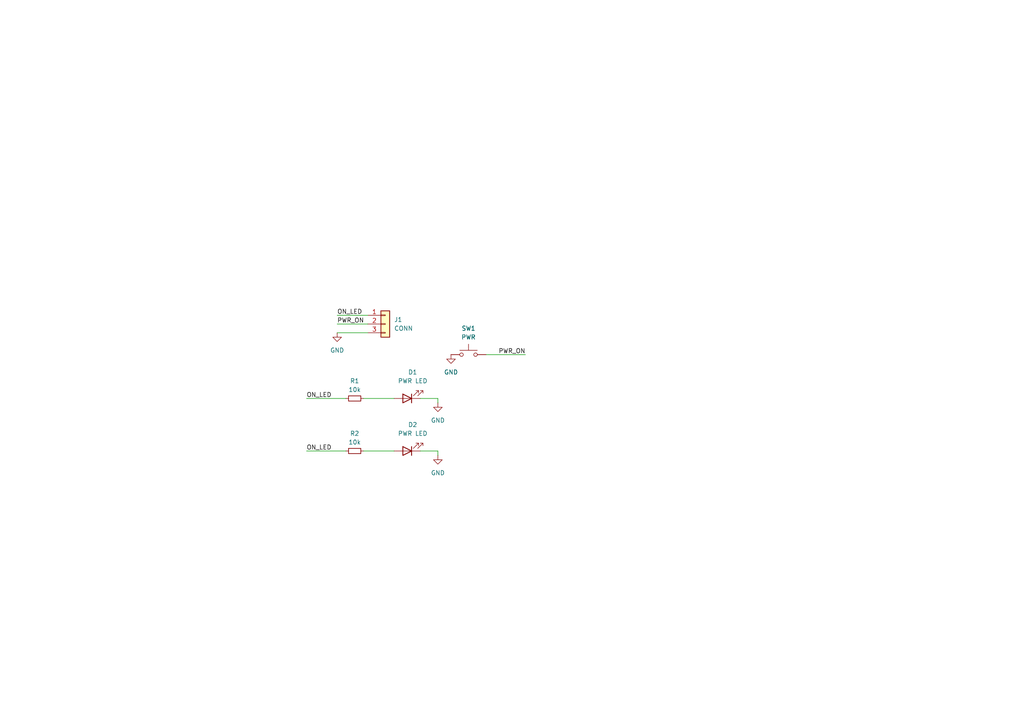
<source format=kicad_sch>
(kicad_sch (version 20241004) (generator "eeschema") (generator_version "8.99")
  (paper "A4")
  (lib_symbols
    (symbol "Connector_Generic:Conn_01x03" (pin_names (offset 1.016) (hide yes))
      (property "Reference" "J" (at 0 5.08 0))
      (property "Value" "Conn_01x03" (at 0 -5.08 0))
      (symbol "Conn_01x03_1_1"
        (rectangle (start -1.27 3.81) (end 1.27 -3.81) (stroke (width 0.254)) (fill (type background)))
        (rectangle (start -1.27 2.667) (end 0 2.413) (stroke (width 0.1524)))
        (rectangle (start -1.27 0.127) (end 0 -0.127) (stroke (width 0.1524)))
        (rectangle (start -1.27 -2.413) (end 0 -2.667) (stroke (width 0.1524)))
        (pin passive line (at -5.08 2.54 0) (length 3.81) (name "Pin_1") (number "1"))
        (pin passive line (at -5.08 0 0) (length 3.81) (name "Pin_2") (number "2"))
        (pin passive line (at -5.08 -2.54 0) (length 3.81) (name "Pin_3") (number "3"))
      )
    )
    (symbol "Device:LED" (pin_numbers (hide yes)) (pin_names (offset 1.016) (hide yes))
      (property "Reference" "D" (at 0 2.54 0))
      (property "Value" "LED" (at 0 -2.54 0))
      (symbol "LED_0_1"
        (polyline (pts (xy -3.048 -0.762) (xy -4.572 -2.286) (xy -3.81 -2.286) (xy -4.572 -2.286) (xy -4.572 -1.524)))
        (polyline (pts (xy -1.778 -0.762) (xy -3.302 -2.286) (xy -2.54 -2.286) (xy -3.302 -2.286) (xy -3.302 -1.524)))
        (polyline (pts (xy -1.27 0) (xy 1.27 0)))
        (polyline (pts (xy -1.27 -1.27) (xy -1.27 1.27)) (stroke (width 0.254)))
        (polyline (pts (xy 1.27 -1.27) (xy 1.27 1.27) (xy -1.27 0) (xy 1.27 -1.27)) (stroke (width 0.254)))
      )
      (symbol "LED_1_1"
        (pin passive line (at -3.81 0 0) (length 2.54) (name "K") (number "1"))
        (pin passive line (at 3.81 0 180) (length 2.54) (name "A") (number "2"))
      )
    )
    (symbol "Device:R_Small" (pin_numbers (hide yes)) (pin_names (offset 0.254) (hide yes))
      (property "Reference" "R" (at 0.762 0.508 0))
      (property "Value" "R_Small" (at 0.762 -1.016 0))
      (symbol "R_Small_0_1"
        (rectangle (start -0.762 1.778) (end 0.762 -1.778) (stroke (width 0.2032)))
      )
      (symbol "R_Small_1_1"
        (pin passive line (at 0 2.54 270) (length 0.762) (name "~") (number "1"))
        (pin passive line (at 0 -2.54 90) (length 0.762) (name "~") (number "2"))
      )
    )
    (symbol "Switch:SW_Push" (pin_numbers (hide yes)) (pin_names (offset 1.016) (hide yes))
      (property "Reference" "SW" (at 1.27 2.54 0))
      (property "Value" "SW_Push" (at 0 -1.524 0))
      (symbol "SW_Push_0_1"
        (circle (center -2.032 0) (radius 0.508))
        (polyline (pts (xy 0 1.27) (xy 0 3.048)))
        (circle (center 2.032 0) (radius 0.508))
        (polyline (pts (xy 2.54 1.27) (xy -2.54 1.27)))
        (pin passive line (at -5.08 0 0) (length 2.54) (name "1") (number "1"))
        (pin passive line (at 5.08 0 180) (length 2.54) (name "2") (number "2"))
      )
    )
    (symbol "power:GND" (power) (pin_numbers (hide yes)) (pin_names (offset 0) (hide yes))
      (property "Value" "GND" (at 0 -3.81 0))
      (symbol "GND_0_1"
        (polyline (pts (xy 0 0) (xy 0 -1.27) (xy 1.27 -1.27) (xy 0 -2.54) (xy -1.27 -1.27) (xy 0 -1.27)))
      )
      (symbol "GND_1_1"
        (pin power_in line (at 0 0 270) (length 0) (name "~") (number "1"))
      )
    )
  )
  (wire (pts (xy 97.79 93.98) (xy 106.68 93.98)))
  (wire (pts (xy 97.79 91.44) (xy 106.68 91.44)))
  (wire (pts (xy 140.97 102.87) (xy 152.4 102.87)))
  (wire (pts (xy 88.9 130.81) (xy 100.33 130.81)))
  (wire (pts (xy 88.9 115.57) (xy 100.33 115.57)))
  (wire (pts (xy 127 130.81) (xy 121.92 130.81)))
  (wire (pts (xy 105.41 130.81) (xy 114.3 130.81)))
  (wire (pts (xy 105.41 115.57) (xy 114.3 115.57)))
  (wire (pts (xy 97.79 96.52) (xy 106.68 96.52)))
  (wire (pts (xy 127 115.57) (xy 121.92 115.57)))
  (wire (pts (xy 127 116.84) (xy 127 115.57)))
  (wire (pts (xy 127 132.08) (xy 127 130.81)))
  (label "ON_LED" (at 97.79 91.44 0))
  (label "PWR_ON" (at 97.79 93.98 0))
  (label "ON_LED" (at 88.9 115.57 0))
  (label "ON_LED" (at 88.9 130.81 0))
  (label "PWR_ON" (at 152.4 102.87 180))
  (symbol (lib_id "power:GND") (at 127 116.84 0) (unit 1)
    (property "Reference" "#PWR03" (effects (hide yes)))
    (property "Value" "GND" (at 127 121.92 0))
    (property "Description" "Power symbol creates a global label with name \"GND\" , ground" (effects (hide yes)))
  )
  (symbol (lib_id "Connector_Generic:Conn_01x03") (at 111.76 93.98 0) (unit 1)
    (property "Reference" "J1" (at 114.3 92.7099 0) (effects (justify left)))
    (property "Value" "CONN" (at 114.3 95.2499 0) (effects (justify left)))
    (property "Footprint" "Connector_PinHeader_1.27mm:PinHeader_1x03_P1.27mm_Vertical" (effects (hide yes)))
    (property "Description" "Generic connector, single row, 01x03, script generated (kicad-library-utils/schlib/autogen/connector/)" (effects (hide yes)))
  )
  (symbol (lib_id "Switch:SW_Push") (at 135.89 102.87 0) (unit 1)
    (property "Reference" "SW1" (at 135.89 95.25 0))
    (property "Value" "PWR" (at 135.89 97.79 0))
    (property "Footprint" "Button_Switch_SMD:SW_Push_1P1T_XKB_TS-1187A" (effects (hide yes)))
    (property "Description" "Push button switch, generic, two pins" (effects (hide yes)))
  )
  (symbol (lib_id "power:GND") (at 97.79 96.52 0) (unit 1)
    (property "Reference" "#PWR01" (effects (hide yes)))
    (property "Value" "GND" (at 97.79 101.6 0))
    (property "Description" "Power symbol creates a global label with name \"GND\" , ground" (effects (hide yes)))
  )
  (symbol (lib_id "Device:LED") (at 118.11 130.81 180) (unit 1)
    (property "Reference" "D2" (at 119.6975 123.19 0))
    (property "Value" "PWR LED" (at 119.6975 125.73 0))
    (property "Footprint" "LED_SMD:LED_0603_1608Metric" (effects (hide yes)))
    (property "Description" "Light emitting diode" (effects (hide yes)))
  )
  (symbol (lib_id "Device:LED") (at 118.11 115.57 180) (unit 1)
    (property "Reference" "D1" (at 119.6975 107.95 0))
    (property "Value" "PWR LED" (at 119.6975 110.49 0))
    (property "Footprint" "LED_SMD:LED_0603_1608Metric" (effects (hide yes)))
    (property "Description" "Light emitting diode" (effects (hide yes)))
  )
  (symbol (lib_id "power:GND") (at 127 132.08 0) (unit 1)
    (property "Reference" "#PWR04" (effects (hide yes)))
    (property "Value" "GND" (at 127 137.16 0))
    (property "Description" "Power symbol creates a global label with name \"GND\" , ground" (effects (hide yes)))
  )
  (symbol (lib_id "Device:R_Small") (at 102.87 130.81 90) (unit 1)
    (property "Reference" "R2" (at 102.87 125.73 90))
    (property "Value" "10k" (at 102.87 128.27 90))
    (property "Footprint" "Resistor_SMD:R_0402_1005Metric" (effects (hide yes)))
    (property "Description" "Resistor, small symbol" (effects (hide yes)))
  )
  (symbol (lib_id "power:GND") (at 130.81 102.87 0) (unit 1)
    (property "Reference" "#PWR02" (effects (hide yes)))
    (property "Value" "GND" (at 130.81 107.95 0))
    (property "Description" "Power symbol creates a global label with name \"GND\" , ground" (effects (hide yes)))
  )
  (symbol (lib_id "Device:R_Small") (at 102.87 115.57 90) (unit 1)
    (property "Reference" "R1" (at 102.87 110.49 90))
    (property "Value" "10k" (at 102.87 113.03 90))
    (property "Footprint" "Resistor_SMD:R_0402_1005Metric" (effects (hide yes)))
    (property "Description" "Resistor, small symbol" (effects (hide yes)))
  )
)
</source>
